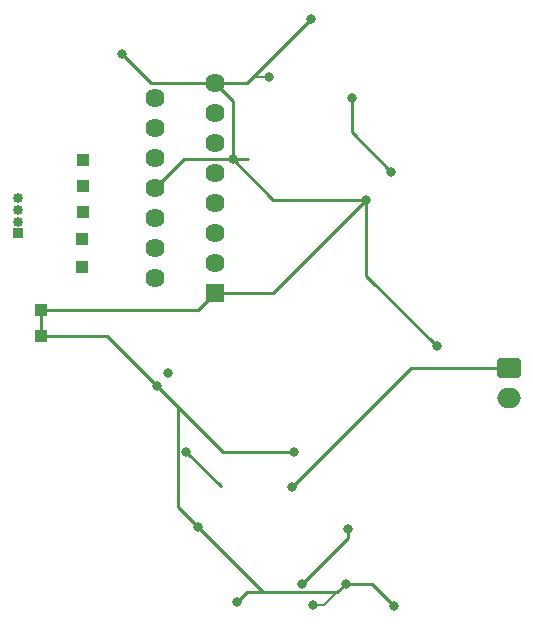
<source format=gbl>
%TF.GenerationSoftware,KiCad,Pcbnew,7.0.5-0*%
%TF.CreationDate,2024-11-17T18:20:44-05:00*%
%TF.ProjectId,PCB_design,5043425f-6465-4736-9967-6e2e6b696361,rev?*%
%TF.SameCoordinates,Original*%
%TF.FileFunction,Copper,L2,Bot*%
%TF.FilePolarity,Positive*%
%FSLAX46Y46*%
G04 Gerber Fmt 4.6, Leading zero omitted, Abs format (unit mm)*
G04 Created by KiCad (PCBNEW 7.0.5-0) date 2024-11-17 18:20:44*
%MOMM*%
%LPD*%
G01*
G04 APERTURE LIST*
G04 Aperture macros list*
%AMRoundRect*
0 Rectangle with rounded corners*
0 $1 Rounding radius*
0 $2 $3 $4 $5 $6 $7 $8 $9 X,Y pos of 4 corners*
0 Add a 4 corners polygon primitive as box body*
4,1,4,$2,$3,$4,$5,$6,$7,$8,$9,$2,$3,0*
0 Add four circle primitives for the rounded corners*
1,1,$1+$1,$2,$3*
1,1,$1+$1,$4,$5*
1,1,$1+$1,$6,$7*
1,1,$1+$1,$8,$9*
0 Add four rect primitives between the rounded corners*
20,1,$1+$1,$2,$3,$4,$5,0*
20,1,$1+$1,$4,$5,$6,$7,0*
20,1,$1+$1,$6,$7,$8,$9,0*
20,1,$1+$1,$8,$9,$2,$3,0*%
G04 Aperture macros list end*
%TA.AperFunction,ComponentPad*%
%ADD10R,1.000000X1.000000*%
%TD*%
%TA.AperFunction,ComponentPad*%
%ADD11R,1.620000X1.620000*%
%TD*%
%TA.AperFunction,ComponentPad*%
%ADD12C,1.620000*%
%TD*%
%TA.AperFunction,ComponentPad*%
%ADD13R,0.850000X0.850000*%
%TD*%
%TA.AperFunction,ComponentPad*%
%ADD14O,0.850000X0.850000*%
%TD*%
%TA.AperFunction,ComponentPad*%
%ADD15RoundRect,0.250000X-0.750000X0.600000X-0.750000X-0.600000X0.750000X-0.600000X0.750000X0.600000X0*%
%TD*%
%TA.AperFunction,ComponentPad*%
%ADD16O,2.000000X1.700000*%
%TD*%
%TA.AperFunction,ViaPad*%
%ADD17C,0.800000*%
%TD*%
%TA.AperFunction,Conductor*%
%ADD18C,0.250000*%
%TD*%
%TA.AperFunction,Conductor*%
%ADD19C,0.200000*%
%TD*%
%ADD20C,0.350000*%
G04 APERTURE END LIST*
D10*
%TO.P,J3,1,Pin_1*%
%TO.N,+5V Arduino*%
X85815000Y-56985000D03*
%TD*%
D11*
%TO.P,U1,1,SENSE_A*%
%TO.N,GND_Arduino1*%
X97035000Y-61545000D03*
D12*
%TO.P,U1,2,OUT1*%
%TO.N,OUT1*%
X91955000Y-60275000D03*
%TO.P,U1,3,OUT2*%
%TO.N,OUT2*%
X97035000Y-59005000D03*
%TO.P,U1,4,Vs*%
%TO.N,Boost_Out*%
X91955000Y-57735000D03*
%TO.P,U1,5,IN1*%
%TO.N,A0*%
X97035000Y-56465000D03*
%TO.P,U1,6,EnA*%
%TO.N,+5V Arduino*%
X91955000Y-55195000D03*
%TO.P,U1,7,IN2*%
%TO.N,A1*%
X97035000Y-53925000D03*
%TO.P,U1,8,GND*%
%TO.N,GND_Arduino1*%
X91955000Y-52655000D03*
%TO.P,U1,9,Vss*%
%TO.N,+5V Arduino*%
X97035000Y-51385000D03*
%TO.P,U1,10,IN3*%
%TO.N,A2*%
X91955000Y-50115000D03*
%TO.P,U1,11,EnB*%
%TO.N,+5V Arduino*%
X97035000Y-48845000D03*
%TO.P,U1,12,IN4*%
%TO.N,A3*%
X91955000Y-47575000D03*
%TO.P,U1,13,OUT3*%
%TO.N,OUT3*%
X97035000Y-46305000D03*
%TO.P,U1,14,OUT4*%
%TO.N,OUT4*%
X91955000Y-45035000D03*
%TO.P,U1,15,SENSE_B*%
%TO.N,GND_Arduino1*%
X97035000Y-43765000D03*
%TD*%
D13*
%TO.P,J2,1,Pin_1*%
%TO.N,OUT1*%
X80345000Y-56495000D03*
D14*
%TO.P,J2,2,Pin_2*%
%TO.N,OUT2*%
X80345000Y-55495000D03*
%TO.P,J2,3,Pin_3*%
%TO.N,OUT3*%
X80345000Y-54495000D03*
%TO.P,J2,4,Pin_4*%
%TO.N,OUT4*%
X80345000Y-53495000D03*
%TD*%
D10*
%TO.P,J10,1,Pin_1*%
%TO.N,GND_Arduino1*%
X82315000Y-63005000D03*
%TD*%
D15*
%TO.P,J4,1,Pin_1*%
%TO.N,Batt-*%
X121902500Y-67885000D03*
D16*
%TO.P,J4,2,Pin_2*%
%TO.N,Bat+*%
X121902500Y-70385000D03*
%TD*%
D10*
%TO.P,J11,1,Pin_1*%
%TO.N,GND_Arduino1*%
X82305000Y-65195000D03*
%TD*%
%TO.P,J6,1,Pin_1*%
%TO.N,A1*%
X85845000Y-54685000D03*
%TD*%
%TO.P,J5,1,Pin_1*%
%TO.N,A0*%
X85785000Y-59365000D03*
%TD*%
%TO.P,J7,1,Pin_1*%
%TO.N,A2*%
X85845000Y-52435000D03*
%TD*%
%TO.P,J8,1,Pin_1*%
%TO.N,A3*%
X85845000Y-50245000D03*
%TD*%
D17*
%TO.N,+5V Arduino*%
X111965000Y-51265000D03*
X108615000Y-45045000D03*
%TO.N,GND_Arduino1*%
X98895000Y-87725000D03*
X108115000Y-86155500D03*
X115825000Y-66015000D03*
X89205000Y-41335000D03*
X109875000Y-53625000D03*
X101625000Y-43265000D03*
X93090000Y-68270000D03*
X95575000Y-81365000D03*
X92105000Y-69415000D03*
X112245000Y-88065000D03*
X105310000Y-87980000D03*
X105185000Y-38335000D03*
X103775000Y-75005000D03*
X98575000Y-50215000D03*
%TO.N,Bat+*%
X104435000Y-86135000D03*
X108325000Y-81525000D03*
%TO.N,Batt-*%
X103585000Y-77925000D03*
X94605000Y-74955000D03*
%TD*%
D18*
%TO.N,GND_Arduino1*%
X92105000Y-69415000D02*
X87885000Y-65195000D01*
%TO.N,+5V Arduino*%
X108615000Y-47915000D02*
X111965000Y-51265000D01*
X108615000Y-45045000D02*
X108615000Y-47915000D01*
D19*
%TO.N,GND_Arduino1*%
X105310000Y-87980000D02*
X106290500Y-87980000D01*
D18*
X101955000Y-61545000D02*
X109875000Y-53625000D01*
X98575000Y-50215000D02*
X101985000Y-53625000D01*
X91635000Y-43765000D02*
X97035000Y-43765000D01*
X103775000Y-75005000D02*
X97695000Y-75005000D01*
X97695000Y-75005000D02*
X92105000Y-69415000D01*
X99760000Y-86860000D02*
X101070000Y-86860000D01*
X89205000Y-41335000D02*
X91635000Y-43765000D01*
X95575000Y-81365000D02*
X93880000Y-79670000D01*
X107410500Y-86860000D02*
X101070000Y-86860000D01*
X101985000Y-53625000D02*
X109875000Y-53625000D01*
X94395000Y-50215000D02*
X91955000Y-52655000D01*
D19*
X101625000Y-43265000D02*
X100255000Y-43265000D01*
D18*
X98575000Y-45305000D02*
X98575000Y-50215000D01*
X95575000Y-63005000D02*
X97035000Y-61545000D01*
X115825000Y-66015000D02*
X109875000Y-60065000D01*
X98575000Y-50215000D02*
X94395000Y-50215000D01*
X105185000Y-38335000D02*
X99755000Y-43765000D01*
X101070000Y-86860000D02*
X95575000Y-81365000D01*
X93880000Y-79670000D02*
X93880000Y-71190000D01*
X82315000Y-65185000D02*
X82305000Y-65195000D01*
X82315000Y-63005000D02*
X82315000Y-65185000D01*
X97035000Y-61545000D02*
X101955000Y-61545000D01*
X98575000Y-50215000D02*
X99855000Y-50215000D01*
X82315000Y-63005000D02*
X95575000Y-63005000D01*
X110335500Y-86155500D02*
X108115000Y-86155500D01*
X98895000Y-87725000D02*
X99760000Y-86860000D01*
X97035000Y-43765000D02*
X98575000Y-45305000D01*
X109875000Y-60065000D02*
X109875000Y-53625000D01*
D19*
X100255000Y-43265000D02*
X99755000Y-43765000D01*
D18*
X112245000Y-88065000D02*
X110335500Y-86155500D01*
D19*
X106290500Y-87980000D02*
X107410500Y-86860000D01*
D18*
X93880000Y-71190000D02*
X92105000Y-69415000D01*
X108115000Y-86155500D02*
X107410500Y-86860000D01*
X87885000Y-65195000D02*
X82305000Y-65195000D01*
X99755000Y-43765000D02*
X97035000Y-43765000D01*
%TO.N,Bat+*%
X108325000Y-82245000D02*
X104435000Y-86135000D01*
X108325000Y-81525000D02*
X108325000Y-82245000D01*
%TO.N,Batt-*%
X94605000Y-74955000D02*
X97545000Y-77895000D01*
X113625000Y-67885000D02*
X121902500Y-67885000D01*
X103585000Y-77925000D02*
X113625000Y-67885000D01*
%TD*%
D20*
X111965000Y-51265000D03*
X108615000Y-45045000D03*
X98895000Y-87725000D03*
X108115000Y-86155500D03*
X115825000Y-66015000D03*
X89205000Y-41335000D03*
X109875000Y-53625000D03*
X101625000Y-43265000D03*
X93090000Y-68270000D03*
X95575000Y-81365000D03*
X92105000Y-69415000D03*
X112245000Y-88065000D03*
X105310000Y-87980000D03*
X105185000Y-38335000D03*
X103775000Y-75005000D03*
X98575000Y-50215000D03*
X104435000Y-86135000D03*
X108325000Y-81525000D03*
X103585000Y-77925000D03*
X94605000Y-74955000D03*
X85815000Y-56985000D03*
X97035000Y-61545000D03*
X91955000Y-60275000D03*
X97035000Y-59005000D03*
X91955000Y-57735000D03*
X97035000Y-56465000D03*
X91955000Y-55195000D03*
X97035000Y-53925000D03*
X91955000Y-52655000D03*
X97035000Y-51385000D03*
X91955000Y-50115000D03*
X97035000Y-48845000D03*
X91955000Y-47575000D03*
X97035000Y-46305000D03*
X91955000Y-45035000D03*
X97035000Y-43765000D03*
X80345000Y-56495000D03*
X80345000Y-55495000D03*
X80345000Y-54495000D03*
X80345000Y-53495000D03*
X82315000Y-63005000D03*
X121902500Y-67885000D03*
X121902500Y-70385000D03*
X82305000Y-65195000D03*
X85845000Y-54685000D03*
X85785000Y-59365000D03*
X85845000Y-52435000D03*
X85845000Y-50245000D03*
M02*

</source>
